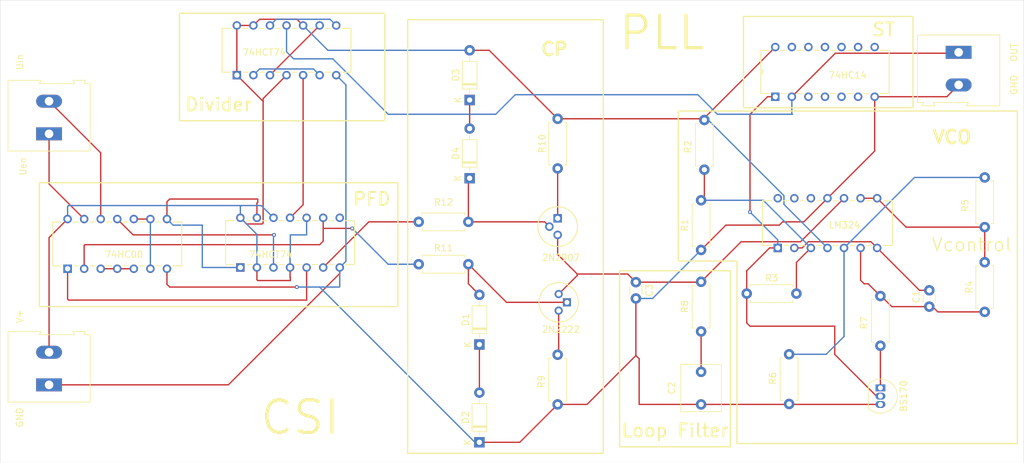
<source format=kicad_pcb>
(kicad_pcb (version 20240108) (generator "pcbnew") (generator_version "8.0")
  (layers (0 "F.Cu" signal) (31 "B.Cu" signal) (34 "B.Paste" user) (35 "F.Paste" user) (36 "B.SilkS" user "B.Silkscreen") (37 "F.SilkS" user "F.Silkscreen") (38 "B.Mask" user) (39 "F.Mask" user) (44 "Edge.Cuts" user))
  (net 0 "")
  (net 1 "Net-(D1-K)")
  (net 2 "Net-(D1-A)")
  (net 3 "+5V")
  (net 4 "Net-(D4-K)")
  (net 5 "Net-(D3-K)")
  (net 6 "Earth")
  (net 7 "Net-(Q1-G)")
  (net 8 "Net-(Q2-C)")
  (net 9 "Net-(CR2-Pad3)")
  (net 10 "Net-(Q2-E)")
  (net 11 "Net-(U2-2Y)")
  (net 12 "Net-(U2-1Y)")
  (net 13 "Net-(U2-4Y)")
  (net 14 "Net-(U2-1A)")
  (net 15 "Net-(U2-3Y)")
  (net 16 "Net-(U2-1B)")
  (net 17 "Net-(U6-1Q*)")
  (net 20 "Net-(Q1-D)")
  (net 21 "Net-(U1-1IN+)")
  (net 23 "Net-(U1-2IN+)")
  (net 24 "Net-(U1-3IN-)")
  (net 27 "Net-(U1-1IN-)")
  (net 28 "Net-(U1-2IN-)")
  (net 29 "Net-(U3-1CP)")
  (net 30 "Net-(U3-2D)")
  (net 31 "Net-(U3-1D)")
  (net 32 "Net-(U3-1Q)")
  (net 34 "Net-(C2-Pad1)")
  (net 43 "Net-(J2-Pin_2)")
  (net 44 "Net-(J2-Pin_1)")
  (net 45 "Net-(J3-Pin_1)")
  (footprint "Capacitor_THT:C_Rect_L7.0mm_W6.0mm_P5.00mm" (layer "F.Cu") (at 122.5 83 -90)
    (property "Reference" "C2" (at 2.5 4.5 90) (layer "F.SilkS"))
    (property "Value" "470n")
    (pad "1" thru_hole circle (at 0 0 270) (size 1.6 1.6) (drill 0.8) (layers "*.Cu" "*.Mask") (net 34 "Net-(C2-Pad1)"))
    (pad "2" thru_hole circle (at 5 0 270) (size 1.6 1.6) (drill 0.8) (layers "*.Cu" "*.Mask") (net 6 "Earth"))
  )
  (footprint "Package_TO_SOT_THT:TO-92_Inline" (layer "F.Cu") (at 150 85.46 -90)
    (property "Reference" "BS170" (at 1.27 -3.56 90) (layer "F.SilkS"))
    (property "Value" "BS170")
    (pad "1" thru_hole rect (at 0 0 270) (size 1.05 1.5) (drill 0.75) (layers "*.Cu" "*.Mask") (net 20 "Net-(Q1-D)"))
    (pad "2" thru_hole oval (at 1.27 0 270) (size 1.05 1.5) (drill 0.75) (layers "*.Cu" "*.Mask") (net 7 "Net-(Q1-G)"))
    (pad "3" thru_hole oval (at 2.54 0 270) (size 1.05 1.5) (drill 0.75) (layers "*.Cu" "*.Mask") (net 6 "Earth"))
  )
  (footprint "Diode_THT:D_DO-35_SOD27_P7.62mm_Horizontal" (layer "F.Cu") (at 88.5 93.81 90)
    (property "Reference" "D2" (at 3.81 -2.12 90) (layer "F.SilkS"))
    (property "Value" "1N4148")
    (fp_text user "K" (at 0 -1.8 90) (layer "F.SilkS"))
    (pad "1" thru_hole rect (at 0 0 90) (size 1.6 1.6) (drill 0.8) (layers "*.Cu" "*.Mask") (net 6 "Earth"))
    (pad "2" thru_hole oval (at 7.62 0 90) (size 1.6 1.6) (drill 0.8) (layers "*.Cu" "*.Mask") (net 1 "Net-(D1-K)"))
  )
  (footprint "Resistor_THT:R_Axial_DIN0207_L6.3mm_D2.5mm_P7.62mm_Horizontal" (layer "F.Cu") (at 166 73.81 90)
    (property "Reference" "R4" (at 3.81 -2.37 90) (layer "F.SilkS"))
    (property "Value" "56k")
    (pad "1" thru_hole circle (at 0 0 90) (size 1.6 1.6) (drill 0.8) (layers "*.Cu" "*.Mask") (net 28 "Net-(U1-2IN-)"))
    (pad "2" thru_hole oval (at 7.62 0 90) (size 1.6 1.6) (drill 0.8) (layers "*.Cu" "*.Mask") (net 24 "Net-(U1-3IN-)"))
  )
  (footprint "Resistor_THT:R_Axial_DIN0207_L6.3mm_D2.5mm_P7.62mm_Horizontal" (layer "F.Cu") (at 79.19 60)
    (property "Reference" "R12" (hide yes))
    (property "Value" "47k")
    (pad "1" thru_hole circle (at 0 0) (size 1.6 1.6) (drill 0.8) (layers "*.Cu" "*.Mask") (net 17 "Net-(U6-1Q*)"))
    (pad "2" thru_hole oval (at 7.62 0) (size 1.6 1.6) (drill 0.8) (layers "*.Cu" "*.Mask") (net 4 "Net-(D4-K)"))
  )
  (footprint "Diode_THT:D_DO-35_SOD27_P7.62mm_Horizontal" (layer "F.Cu") (at 87 53.31 90)
    (property "Reference" "D4" (at 3.81 -2.12 90) (layer "F.SilkS"))
    (property "Value" "1N4148")
    (fp_text user "K" (at 0 -1.8 90) (layer "F.SilkS"))
    (pad "1" thru_hole rect (at 0 0 90) (size 1.6 1.6) (drill 0.8) (layers "*.Cu" "*.Mask") (net 4 "Net-(D4-K)"))
    (pad "2" thru_hole oval (at 7.62 0 90) (size 1.6 1.6) (drill 0.8) (layers "*.Cu" "*.Mask") (net 5 "Net-(D3-K)"))
  )
  (footprint "Resistor_THT:R_Axial_DIN0207_L6.3mm_D2.5mm_P7.62mm_Horizontal" (layer "F.Cu") (at 100.5 88 90)
    (property "Reference" "R9" (hide yes))
    (property "Value" "33k")
    (pad "1" thru_hole circle (at 0 0 90) (size 1.6 1.6) (drill 0.8) (layers "*.Cu" "*.Mask") (net 6 "Earth"))
    (pad "2" thru_hole oval (at 7.62 0 90) (size 1.6 1.6) (drill 0.8) (layers "*.Cu" "*.Mask") (net 9 "Net-(CR2-Pad3)"))
  )
  (footprint "Resistor_THT:R_Axial_DIN0207_L6.3mm_D2.5mm_P7.62mm_Horizontal" (layer "F.Cu") (at 100.5 51.81 90)
    (property "Reference" "R10" (at 3.81 -2.37 90) (layer "F.SilkS"))
    (property "Value" "33k")
    (pad "1" thru_hole circle (at 0 0 90) (size 1.6 1.6) (drill 0.8) (layers "*.Cu" "*.Mask") (net 10 "Net-(Q2-E)"))
    (pad "2" thru_hole oval (at 7.62 0 90) (size 1.6 1.6) (drill 0.8) (layers "*.Cu" "*.Mask") (net 3 "+5V"))
  )
  (footprint "Resistor_THT:R_Axial_DIN0207_L6.3mm_D2.5mm_P7.62mm_Horizontal" (layer "F.Cu") (at 123 44.38 -90)
    (property "Reference" "R2" (at 4.12 2.5 90) (layer "F.SilkS"))
    (property "Value" "100k")
    (pad "1" thru_hole circle (at 0 0 270) (size 1.6 1.6) (drill 0.8) (layers "*.Cu" "*.Mask") (net 3 "+5V"))
    (pad "2" thru_hole oval (at 7.62 0 270) (size 1.6 1.6) (drill 0.8) (layers "*.Cu" "*.Mask") (net 21 "Net-(U1-1IN+)"))
  )
  (footprint "PNP 2N2907:TO-18TO-206AA_MCH" (layer "F.Cu") (at 100.5 59.46)
    (property "Reference" "Q2" (hide yes))
    (property "Value" "JANTX2N2907A" (hide yes))
    (pad "1" thru_hole rect (at 0 0) (size 1.2954 1.2954) (drill 0.7874) (layers "*.Cu" "*.Mask") (net 10 "Net-(Q2-E)"))
    (pad "2" thru_hole circle (at -1.27 1.27) (size 1.2954 1.2954) (drill 0.7874) (layers "*.Cu" "*.Mask") (net 4 "Net-(D4-K)"))
    (pad "3" thru_hole circle (at 0 2.54) (size 1.2954 1.2954) (drill 0.7874) (layers "*.Cu" "*.Mask") (net 8 "Net-(Q2-C)"))
  )
  (footprint "Diode_THT:D_DO-35_SOD27_P7.62mm_Horizontal" (layer "F.Cu") (at 88.5 78.81 90)
    (property "Reference" "D1" (at 3.81 -2.12 90) (layer "F.SilkS"))
    (property "Value" "1N4148")
    (fp_text user "K" (at 0 -1.8 90) (layer "F.SilkS"))
    (pad "1" thru_hole rect (at 0 0 90) (size 1.6 1.6) (drill 0.8) (layers "*.Cu" "*.Mask") (net 1 "Net-(D1-K)"))
    (pad "2" thru_hole oval (at 7.62 0 90) (size 1.6 1.6) (drill 0.8) (layers "*.Cu" "*.Mask") (net 2 "Net-(D1-A)"))
  )
  (footprint "TerminalBlock:TerminalBlock_Altech_AK300-2_P5.00mm" (layer "F.Cu") (at 22.5 85 90)
    (property "Reference" "J1" (hide yes))
    (property "Value" "Screw_Terminal_01x02")
    (pad "1" thru_hole rect (at 0 0 90) (size 1.98 3.96) (drill 1.32) (layers "*.Cu" "*.Mask") (net 6 "Earth"))
    (pad "2" thru_hole oval (at 5 0 90) (size 1.98 3.96) (drill 1.32) (layers "*.Cu" "*.Mask") (net 3 "+5V"))
  )
  (footprint "Resistor_THT:R_Axial_DIN0207_L6.3mm_D2.5mm_P7.62mm_Horizontal" (layer "F.Cu") (at 166 53.19 -90)
    (property "Reference" "R5" (at 4.31 3 90) (layer "F.SilkS"))
    (property "Value" "27k")
    (pad "1" thru_hole circle (at 0 0 270) (size 1.6 1.6) (drill 0.8) (layers "*.Cu" "*.Mask") (net 23 "Net-(U1-2IN+)"))
    (pad "2" thru_hole oval (at 7.62 0 270) (size 1.6 1.6) (drill 0.8) (layers "*.Cu" "*.Mask") (net 24 "Net-(U1-3IN-)"))
  )
  (footprint "TerminalBlock:TerminalBlock_Altech_AK300-2_P5.00mm" (layer "F.Cu") (at 22.5 46.5 90)
    (property "Reference" "J2" (hide yes))
    (property "Value" "Screw_Terminal_01x02")
    (pad "1" thru_hole rect (at 0 0 90) (size 1.98 3.96) (drill 1.32) (layers "*.Cu" "*.Mask") (net 44 "Net-(J2-Pin_1)"))
    (pad "2" thru_hole oval (at 5 0 90) (size 1.98 3.96) (drill 1.32) (layers "*.Cu" "*.Mask") (net 43 "Net-(J2-Pin_2)"))
  )
  (footprint "Resistor_THT:R_Axial_DIN0207_L6.3mm_D2.5mm_P7.62mm_Horizontal" (layer "F.Cu") (at 122.5 76.81 90)
    (property "Reference" "R8" (at 3.81 -2.5 90) (layer "F.SilkS"))
    (property "Value" "33k" (hide yes))
    (pad "1" thru_hole circle (at 0 0 90) (size 1.6 1.6) (drill 0.8) (layers "*.Cu" "*.Mask") (net 34 "Net-(C2-Pad1)"))
    (pad "2" thru_hole oval (at 7.62 0 90) (size 1.6 1.6) (drill 0.8) (layers "*.Cu" "*.Mask") (net 8 "Net-(Q2-C)"))
  )
  (footprint "Resistor_THT:R_Axial_DIN0207_L6.3mm_D2.5mm_P7.62mm_Horizontal" (layer "F.Cu") (at 129.5 71)
    (property "Reference" "R3" (at 3.81 -2.37 0) (layer "F.SilkS"))
    (property "Value" "100k")
    (pad "1" thru_hole circle (at 0 0) (size 1.6 1.6) (drill 0.8) (layers "*.Cu" "*.Mask") (net 7 "Net-(Q1-G)"))
    (pad "2" thru_hole oval (at 7.62 0) (size 1.6 1.6) (drill 0.8) (layers "*.Cu" "*.Mask") (net 21 "Net-(U1-1IN+)"))
  )
  (footprint "Diode_THT:D_DO-35_SOD27_P7.62mm_Horizontal" (layer "F.Cu") (at 87 41.31 90)
    (property "Reference" "D3" (at 3.81 -2.12 90) (layer "F.SilkS"))
    (property "Value" "1N4148")
    (fp_text user "K" (at 0 -1.8 90) (layer "F.SilkS"))
    (pad "1" thru_hole rect (at 0 0 90) (size 1.6 1.6) (drill 0.8) (layers "*.Cu" "*.Mask") (net 5 "Net-(D3-K)"))
    (pad "2" thru_hole oval (at 7.62 0 90) (size 1.6 1.6) (drill 0.8) (layers "*.Cu" "*.Mask") (net 3 "+5V"))
  )
  (footprint "LM324:N14" (layer "F.Cu") (at 134.26 64 90)
    (property "Reference" "U1" (hide yes))
    (property "Value" "LM324AN" (hide yes))
    (pad "1" thru_hole rect (at 0 0 90) (size 1.2954 1.2954) (drill 0.7874) (layers "*.Cu" "*.Mask") (net 7 "Net-(Q1-G)"))
    (pad "2" thru_hole circle (at 0 2.54 90) (size 1.2954 1.2954) (drill 0.7874) (layers "*.Cu" "*.Mask") (net 27 "Net-(U1-1IN-)"))
    (pad "3" thru_hole circle (at 0 5.08 90) (size 1.2954 1.2954) (drill 0.7874) (layers "*.Cu" "*.Mask") (net 21 "Net-(U1-1IN+)"))
    (pad "4" thru_hole circle (at 0 7.62 90) (size 1.2954 1.2954) (drill 0.7874) (layers "*.Cu" "*.Mask") (net 3 "+5V"))
    (pad "5" thru_hole circle (at 0 10.16 90) (size 1.2954 1.2954) (drill 0.7874) (layers "*.Cu" "*.Mask") (net 23 "Net-(U1-2IN+)"))
    (pad "6" thru_hole circle (at 0 12.7 90) (size 1.2954 1.2954) (drill 0.7874) (layers "*.Cu" "*.Mask") (net 28 "Net-(U1-2IN-)"))
    (pad "7" thru_hole circle (at 0 15.24 90) (size 1.2954 1.2954) (drill 0.7874) (layers "*.Cu" "*.Mask") (net 27 "Net-(U1-1IN-)"))
    (pad "8" thru_hole circle (at 7.62 15.24 90) (size 1.2954 1.2954) (drill 0.7874) (layers "*.Cu" "*.Mask") (net 24 "Net-(U1-3IN-)"))
    (pad "9" thru_hole circle (at 7.62 12.7 90) (size 1.2954 1.2954) (drill 0.7874) (layers "*.Cu" "*.Mask") (net 24 "Net-(U1-3IN-)"))
    (pad "10" thru_hole circle (at 7.62 10.16 90) (size 1.2954 1.2954) (drill 0.7874) (layers "*.Cu" "*.Mask") (net 8 "Net-(Q2-C)"))
    (pad "11" thru_hole circle (at 7.62 7.62 90) (size 1.2954 1.2954) (drill 0.7874) (layers "*.Cu" "*.Mask") (net 6 "Earth"))
    (pad "12" thru_hole circle (at 7.62 5.08 90) (size 1.2954 1.2954) (drill 0.7874) (layers "*.Cu" "*.Mask"))
    (pad "13" thru_hole circle (at 7.62 2.54 90) (size 1.2954 1.2954) (drill 0.7874) (layers "*.Cu" "*.Mask"))
    (pad "14" thru_hole circle (at 7.62 0 90) (size 1.2954 1.2954) (drill 0.7874) (layers "*.Cu" "*.Mask"))
  )
  (footprint "HCT74:SOT27-1_NEX" (layer "F.Cu") (at 25.34 67.19 90)
    (property "Reference" "U2" (hide yes))
    (property "Value" "74HC00N" (hide yes))
    (pad "1" thru_hole rect (at 0 0 90) (size 1.2954 1.2954) (drill 0.7874) (layers "*.Cu" "*.Mask") (net 14 "Net-(U2-1A)"))
    (pad "2" thru_hole circle (at 0 2.54 90) (size 1.2954 1.2954) (drill 0.7874) (layers "*.Cu" "*.Mask") (net 16 "Net-(U2-1B)"))
    (pad "3" thru_hole circle (at 0 5.08 90) (size 1.2954 1.2954) (drill 0.7874) (layers "*.Cu" "*.Mask") (net 12 "Net-(U2-1Y)"))
    (pad "4" thru_hole circle (at 0 7.62 90) (size 1.2954 1.2954) (drill 0.7874) (layers "*.Cu" "*.Mask") (net 12 "Net-(U2-1Y)"))
    (pad "5" thru_hole circle (at 0 10.16 90) (size 1.2954 1.2954) (drill 0.7874) (layers "*.Cu" "*.Mask") (net 12 "Net-(U2-1Y)"))
    (pad "6" thru_hole circle (at 0 12.7 90) (size 1.2954 1.2954) (drill 0.7874) (layers "*.Cu" "*.Mask") (net 11 "Net-(U2-2Y)"))
    (pad "7" thru_hole circle (at 0 15.24 90) (size 1.2954 1.2954) (drill 0.7874) (layers "*.Cu" "*.Mask") (net 6 "Earth"))
    (pad "8" thru_hole circle (at 7.62 15.24 90) (size 1.2954 1.2954) (drill 0.7874) (layers "*.Cu" "*.Mask") (net 15 "Net-(U2-3Y)"))
    (pad "9" thru_hole circle (at 7.62 12.7 90) (size 1.2954 1.2954) (drill 0.7874) (layers "*.Cu" "*.Mask") (net 11 "Net-(U2-2Y)"))
    (pad "10" thru_hole circle (at 7.62 10.16 90) (size 1.2954 1.2954) (drill 0.7874) (layers "*.Cu" "*.Mask") (net 11 "Net-(U2-2Y)"))
    (pad "11" thru_hole circle (at 7.62 7.62 90) (size 1.2954 1.2954) (drill 0.7874) (layers "*.Cu" "*.Mask") (net 13 "Net-(U2-4Y)"))
    (pad "12" thru_hole circle (at 7.62 5.08 90) (size 1.2954 1.2954) (drill 0.7874) (layers "*.Cu" "*.Mask") (net 43 "Net-(J2-Pin_2)"))
    (pad "13" thru_hole circle (at 7.62 2.54 90) (size 1.2954 1.2954) (drill 0.7874) (layers "*.Cu" "*.Mask") (net 44 "Net-(J2-Pin_1)"))
    (pad "14" thru_hole circle (at 7.62 0 90) (size 1.2954 1.2954) (drill 0.7874) (layers "*.Cu" "*.Mask") (net 3 "+5V"))
  )
  (footprint "Resistor_THT:R_Axial_DIN0207_L6.3mm_D2.5mm_P7.62mm_Horizontal" (layer "F.Cu") (at 79.19 66.5)
    (property "Reference" "R11" (hide yes))
    (property "Value" "47k")
    (pad "1" thru_hole circle (at 0 0) (size 1.6 1.6) (drill 0.8) (layers "*.Cu" "*.Mask") (net 16 "Net-(U2-1B)"))
    (pad "2" thru_hole oval (at 7.62 0) (size 1.6 1.6) (drill 0.8) (layers "*.Cu" "*.Mask") (net 2 "Net-(D1-A)"))
  )
  (footprint "NPN 2N2222:TO-18_STM" (layer "F.Cu") (at 101.926771 72.343229 180)
    (property "Reference" "CR2" (hide yes))
    (property "Value" "2N2222A" (hide yes))
    (pad "1" thru_hole rect (at 0 0 180) (size 1.2446 1.2446) (drill 0.7366) (layers "*.Cu" "*.Mask") (net 2 "Net-(D1-A)"))
    (pad "2" thru_hole circle (at 1.27 1.27 180) (size 1.2446 1.2446) (drill 0.7366) (layers "*.Cu" "*.Mask") (net 8 "Net-(Q2-C)"))
    (pad "3" thru_hole circle (at 1.27 -1.27 180) (size 1.2446 1.2446) (drill 0.7366) (layers "*.Cu" "*.Mask") (net 9 "Net-(CR2-Pad3)"))
  )
  (footprint "Capacitor_THT:C_Disc_D3.0mm_W1.6mm_P2.50mm" (layer "F.Cu") (at 157.5 73 90)
    (property "Reference" "C1" (hide yes))
    (property "Value" "1n")
    (pad "1" thru_hole circle (at 0 0 90) (size 1.6 1.6) (drill 0.8) (layers "*.Cu" "*.Mask") (net 28 "Net-(U1-2IN-)"))
    (pad "2" thru_hole circle (at 2.5 0 90) (size 1.6 1.6) (drill 0.8) (layers "*.Cu" "*.Mask") (net 27 "Net-(U1-1IN-)"))
  )
  (footprint "Resistor_THT:R_Axial_DIN0207_L6.3mm_D2.5mm_P7.62mm_Horizontal" (layer "F.Cu") (at 150 71.38 -90)
    (property "Reference" "R7" (at 4.12 2.5 90) (layer "F.SilkS"))
    (property "Value" "27k")
    (pad "1" thru_hole circle (at 0 0 270) (size 1.6 1.6) (drill 0.8) (layers "*.Cu" "*.Mask") (net 28 "Net-(U1-2IN-)"))
    (pad "2" thru_hole oval (at 7.62 0 270) (size 1.6 1.6) (drill 0.8) (layers "*.Cu" "*.Mask") (net 20 "Net-(Q1-D)"))
  )
  (footprint "TerminalBlock:TerminalBlock_Altech_AK300-2_P5.00mm" (layer "F.Cu") (at 162 34 -90)
    (property "Reference" "J3" (hide yes))
    (property "Value" "Screw_Terminal_01x02")
    (pad "1" thru_hole rect (at 0 0 270) (size 1.98 3.96) (drill 1.32) (layers "*.Cu" "*.Mask") (net 45 "Net-(J3-Pin_1)"))
    (pad "2" thru_hole oval (at 5 0 270) (size 1.98 3.96) (drill 1.32) (layers "*.Cu" "*.Mask") (net 6 "Earth"))
  )
  (footprint "Resistor_THT:R_Axial_DIN0207_L6.3mm_D2.5mm_P7.62mm_Horizontal" (layer "F.Cu") (at 122.5 56.69 -90)
    (property "Reference" "R1" (at 3.81 2.5 90) (layer "F.SilkS"))
    (property "Value" "100k")
    (pad "1" thru_hole circle (at 0 0 270) (size 1.6 1.6) (drill 0.8) (layers "*.Cu" "*.Mask") (net 21 "Net-(U1-1IN+)"))
    (pad "2" thru_hole oval (at 7.62 0 270) (size 1.6 1.6) (drill 0.8) (layers "*.Cu" "*.Mask") (net 6 "Earth"))
  )
  (footprint "74HC14:N14" (layer "F.Cu") (at 149.12 33.19 90)
    (property "Reference" "U4" (hide yes))
    (property "Value" "SN74HC14N" (hide yes))
    (pad "1" thru_hole rect (at -7.62 -15.24 90) (size 1.2954 1.2954) (drill 0.7874) (layers "*.Cu" "*.Mask") (net 7 "Net-(Q1-G)"))
    (pad "2" thru_hole circle (at -7.62 -12.7 90) (size 1.2954 1.2954) (drill 0.7874) (layers "*.Cu" "*.Mask") (net 45 "Net-(J3-Pin_1)"))
    (pad "3" thru_hole circle (at -7.62 -10.16 90) (size 1.2954 1.2954) (drill 0.7874) (layers "*.Cu" "*.Mask"))
    (pad "4" thru_hole circle (at -7.62 -7.62 90) (size 1.2954 1.2954) (drill 0.7874) (layers "*.Cu" "*.Mask"))
    (pad "5" thru_hole circle (at -7.62 -5.08 90) (size 1.2954 1.2954) (drill 0.7874) (layers "*.Cu" "*.Mask"))
    (pad "6" thru_hole circle (at -7.62 -2.54 90) (size 1.2954 1.2954) (drill 0.7874) (layers "*.Cu" "*.Mask"))
    (pad "7" thru_hole circle (at -7.62 0 90) (size 1.2954 1.2954) (drill 0.7874) (layers "*.Cu" "*.Mask") (net 6 "Earth"))
    (pad "8" thru_hole circle (at 0 0 90) (size 1.2954 1.2954) (drill 0.7874) (layers "*.Cu" "*.Mask"))
    (pad "9" thru_hole circle (at 0 -2.54 90) (size 1.2954 1.2954) (drill 0.7874) (layers "*.Cu" "*.Mask"))
    (pad "10" thru_hole circle (at 0 -5.08 90) (size 1.2954 1.2954) (drill 0.7874) (layers "*.Cu" "*.Mask"))
    (pad "11" thru_hole circle (at 0 -7.62 90) (size 1.2954 1.2954) (drill 0.7874) (layers "*.Cu" "*.Mask"))
    (pad "12" thru_hole circle (at 0 -10.16 90) (size 1.2954 1.2954) (drill 0.7874) (layers "*.Cu" "*.Mask"))
    (pad "13" thru_hole circle (at 0 -12.7 90) (size 1.2954 1.2954) (drill 0.7874) (layers "*.Cu" "*.Mask"))
    (pad "14" thru_hole circle (at 0 -15.24 90) (size 1.2954 1.2954) (drill 0.7874) (layers "*.Cu" "*.Mask") (net 3 "+5V"))
  )
  (footprint "HCT74:SOT27-1_NEX" (layer "F.Cu") (at 51.84 67 90)
    (property "Reference" "U6" (hide yes))
    (property "Value" "74HCT74N" (hide yes))
    (pad "1" thru_hole rect (at 0 0 90) (size 1.2954 1.2954) (drill 0.7874) (layers "*.Cu" "*.Mask") (net 15 "Net-(U2-3Y)"))
    (pad "2" thru_hole circle (at 0 2.54 90) (size 1.2954 1.2954) (drill 0.7874) (layers "*.Cu" "*.Mask") (net 3 "+5V"))
    (pad "3" thru_hole circle (at 0 5.08 90) (size 1.2954 1.2954) (drill 0.7874) (layers "*.Cu" "*.Mask") (net 13 "Net-(U2-4Y)"))
    (pad "4" thru_hole circle (at 0 7.62 90) (size 1.2954 1.2954) (drill 0.7874) (layers "*.Cu" "*.Mask") (net 3 "+5V"))
    (pad "5" thru_hole circle (at 0 10.16 90) (size 1.2954 1.2954) (drill 0.7874) (layers "*.Cu" "*.Mask") (net 14 "Net-(U2-1A)"))
    (pad "6" thru_hole circle (at 0 12.7 90) (size 1.2954 1.2954) (drill 0.7874) (layers "*.Cu" "*.Mask") (net 17 "Net-(U6-1Q*)"))
    (pad "7" thru_hole circle (at 0 15.24 90) (size 1.2954 1.2954) (drill 0.7874) (layers "*.Cu" "*.Mask") (net 6 "Earth"))
    (pad "8" thru_hole circle (at 7.62 15.24 90) (size 1.2954 1.2954) (drill 0.7874) (layers "*.Cu" "*.Mask"))
    (pad "9" thru_hole circle (at 7.62 12.7 90) (size 1.2954 1.2954) (drill 0.7874) (layers "*.Cu" "*.Mask") (net 16 "Net-(U2-1B)"))
    (pad "10" thru_hole circle (at 7.62 10.16 90) (size 1.2954 1.2954) (drill 0.7874) (layers "*.Cu" "*.Mask") (net 3 "+5V"))
    (pad "11" thru_hole circle (at 7.62 7.62 90) (size 1.2954 1.2954) (drill 0.7874) (layers "*.Cu" "*.Mask") (net 32 "Net-(U3-1Q)"))
    (pad "12" thru_hole circle (at 7.62 5.08 90) (size 1.2954 1.2954) (drill 0.7874) (layers "*.Cu" "*.Mask") (net 3 "+5V"))
    (pad "13" thru_hole circle (at 7.62 2.54 90) (size 1.2954 1.2954) (drill 0.7874) (layers "*.Cu" "*.Mask") (net 15 "Net-(U2-3Y)"))
    (pad "14" thru_hole circle (at 7.62 0 90) (size 1.2954 1.2954) (drill 0.7874) (layers "*.Cu" "*.Mask") (net 3 "+5V"))
  )
  (footprint "HCT74:SOT27-1_NEX" (layer "F.Cu") (at 51.3 37.5 90)
    (property "Reference" "U3" (hide yes))
    (property "Value" "74HCT74N" (hide yes))
    (pad "1" thru_hole rect (at 0 0 90) (size 1.2954 1.2954) (drill 0.7874) (layers "*.Cu" "*.Mask") (net 3 "+5V"))
    (pad "2" thru_hole circle (at 0 2.54 90) (size 1.2954 1.2954) (drill 0.7874) (layers "*.Cu" "*.Mask") (net 31 "Net-(U3-1D)"))
    (pad "3" thru_hole circle (at 0 5.08 90) (size 1.2954 1.2954) (drill 0.7874) (layers "*.Cu" "*.Mask") (net 29 "Net-(U3-1CP)"))
    (pad "4" thru_hole circle (at 0 7.62 90) (size 1.2954 1.2954) (drill 0.7874) (layers "*.Cu" "*.Mask") (net 3 "+5V"))
    (pad "5" thru_hole circle (at 0 10.16 90) (size 1.2954 1.2954) (drill 0.7874) (layers "*.Cu" "*.Mask") (net 32 "Net-(U3-1Q)"))
    (pad "6" thru_hole circle (at 0 12.7 90) (size 1.2954 1.2954) (drill 0.7874) (layers "*.Cu" "*.Mask") (net 31 "Net-(U3-1D)"))
    (pad "7" thru_hole circle (at 0 15.24 90) (size 1.2954 1.2954) (drill 0.7874) (layers "*.Cu" "*.Mask") (net 6 "Earth"))
    (pad "8" thru_hole circle (at 7.62 15.24 90) (size 1.2954 1.2954) (drill 0.7874) (layers "*.Cu" "*.Mask") (net 30 "Net-(U3-2D)"))
    (pad "9" thru_hole circle (at 7.62 12.7 90) (size 1.2954 1.2954) (drill 0.7874) (layers "*.Cu" "*.Mask") (net 29 "Net-(U3-1CP)"))
    (pad "10" thru_hole circle (at 7.62 10.16 90) (size 1.2954 1.2954) (drill 0.7874) (layers "*.Cu" "*.Mask") (net 3 "+5V"))
    (pad "11" thru_hole circle (at 7.62 7.62 90) (size 1.2954 1.2954) (drill 0.7874) (layers "*.Cu" "*.Mask") (net 45 "Net-(J3-Pin_1)"))
    (pad "12" thru_hole circle (at 7.62 5.08 90) (size 1.2954 1.2954) (drill 0.7874) (layers "*.Cu" "*.Mask") (net 30 "Net-(U3-2D)"))
    (pad "13" thru_hole circle (at 7.62 2.54 90) (size 1.2954 1.2954) (drill 0.7874) (layers "*.Cu" "*.Mask") (net 3 "+5V"))
    (pad "14" thru_hole circle (at 7.62 0 90) (size 1.2954 1.2954) (drill 0.7874) (layers "*.Cu" "*.Mask") (net 3 "+5V"))
  )
  (footprint "Resistor_THT:R_Axial_DIN0207_L6.3mm_D2.5mm_P7.62mm_Horizontal" (layer "F.Cu") (at 136 80.31 -90)
    (property "Reference" "R6" (at 3.69 2.5 90) (layer "F.SilkS"))
    (property "Value" "27k")
    (pad "1" thru_hole circle (at 0 0 270) (size 1.6 1.6) (drill 0.8) (layers "*.Cu" "*.Mask") (net 23 "Net-(U1-2IN+)"))
    (pad "2" thru_hole oval (at 7.62 0 270) (size 1.6 1.6) (drill 0.8) (layers "*.Cu" "*.Mask") (net 6 "Earth"))
  )
  (footprint "Capacitor_THT:C_Disc_D3.0mm_W1.6mm_P2.50mm" (layer "F.Cu") (at 112.5 69.25 -90)
    (property "Reference" "C3" (at 1.25 -2.05 90) (layer "F.SilkS"))
    (property "Value" "47n")
    (pad "1" thru_hole circle (at 0 0 270) (size 1.6 1.6) (drill 0.8) (layers "*.Cu" "*.Mask") (net 8 "Net-(Q2-C)"))
    (pad "2" thru_hole circle (at 2.5 0 270) (size 1.6 1.6) (drill 0.8) (layers "*.Cu" "*.Mask") (net 6 "Earth"))
  )
  (gr_line (start 119 43) (end 121 43) (stroke (width 0.2)) (layer "F.SilkS"))
  (gr_line (start 121 43) (end 170 43) (stroke (width 0.2)) (layer "F.SilkS"))
  (gr_rect (start 110 67.5) (end 127 94.5) (stroke (width 0.2)) (fill none) (layer "F.SilkS"))
  (gr_line (start 119 66) (end 119 43) (stroke (width 0.2)) (layer "F.SilkS"))
  (gr_line (start 171 43) (end 171 94) (stroke (width 0.2)) (layer "F.SilkS"))
  (gr_rect (start 21 54) (end 76 73) (stroke (width 0.2)) (fill none) (layer "F.SilkS"))
  (gr_line (start 170 94) (end 128 94) (stroke (width 0.2)) (layer "F.SilkS"))
  (gr_rect (start 129 28.5) (end 155 42.5) (stroke (width 0.2)) (fill none) (layer "F.SilkS"))
  (gr_line (start 170 94) (end 171 94) (stroke (width 0.2)) (layer "F.SilkS"))
  (gr_line (start 128 94) (end 128 66) (stroke (width 0.2)) (layer "F.SilkS"))
  (gr_rect (start 77.5 29) (end 107.5 95.5) (stroke (width 0.2)) (fill none) (layer "F.SilkS"))
  (gr_rect (start 42.5 28) (end 74 44.5) (stroke (width 0.2)) (fill none) (layer "F.SilkS"))
  (gr_line (start 170 43) (end 171 43) (stroke (width 0.2)) (layer "F.SilkS"))
  (gr_line (start 128 66) (end 119 66) (stroke (width 0.2)) (layer "F.SilkS"))
  (gr_rect (start 15 26) (end 172 97) (stroke (width 0.05)) (fill none) (layer "Edge.Cuts"))
  (gr_text "2N2907" (at 101 65.5 0) (layer "F.SilkS") (effects (font (size 1 1))))
  (gr_text "PLL" (at 116.5 31 0) (layer "F.SilkS") (effects (font (size 5 5) (thickness 0.5))))
  (gr_text "Loop Filter" (at 118.5 92 0) (layer "F.SilkS") (effects (font (size 2 2) (thickness 0.3))))
  (gr_text "74HC00\n" (at 34 65 0) (layer "F.SilkS") (effects (font (size 1 1))))
  (gr_text "OUT" (at 170.5 34 90) (layer "F.SilkS") (effects (font (size 1 1))))
  (gr_text "V+" (at 18 74.5 90) (layer "F.SilkS") (effects (font (size 1 1))))
  (gr_text "Uin" (at 18 35.5 90) (layer "F.SilkS") (effects (font (size 1 1))))
  (gr_text "C1" (at 155.5 71.5 90) (layer "F.SilkS") (effects (font (size 1 1))))
  (gr_text "74HCT74\n" (at 55.5 34 0) (layer "F.SilkS") (effects (font (size 1 1))))
  (gr_text "GND" (at 170.5 39 90) (layer "F.SilkS") (effects (font (size 1 1))))
  (gr_text "VCO\n" (at 161 47 0) (layer "F.SilkS") (effects (font (size 2 2) (thickness 0.4) (bold yes))))
  (gr_text "CP" (at 100 33.5 0) (layer "F.SilkS") (effects (font (size 2 2) (thickness 0.4) (bold yes))))
  (gr_text "R9" (at 98 84.5 90) (layer "F.SilkS") (effects (font (size 1 1))))
  (gr_text "R12" (at 83 57 0) (layer "F.SilkS") (effects (font (size 1 1))))
  (gr_text "ST" (at 150.5 30.5 0) (layer "F.SilkS") (effects (font (size 2 2) (thickness 0.3))))
  (gr_text "Divider" (at 48.5 42 0) (layer "F.SilkS") (effects (font (size 2 2) (thickness 0.3))))
  (gr_text "2N2222" (at 101 76.5 0) (layer "F.SilkS") (effects (font (size 1 1))))
  (gr_text "PFD" (at 72 56.5 0) (layer "F.SilkS") (effects (font (size 2 2) (thickness 0.3))))
  (gr_text "74HCT74\n" (at 56.5 65 0) (layer "F.SilkS") (effects (font (size 1 1))))
  (gr_text "74HC14" (at 145 37.5 0) (layer "F.SilkS") (effects (font (size 1 1))))
  (gr_text "CSI" (at 61 90 0) (layer "F.SilkS") (effects (font (size 5 5) (thickness 0.5))))
  (gr_text "R11" (at 83 64 0) (layer "F.SilkS") (effects (font (size 1 1))))
  (gr_text "LM324" (at 144.5 60.5 0) (layer "F.SilkS") (effects (font (size 1 1))))
  (gr_text "Vcontrol" (at 164 63.5 0) (layer "F.SilkS") (effects (font (size 2 2) (thickness 0.2))))
  (gr_text "Uen" (at 18.5 51.5 90) (layer "F.SilkS") (effects (font (size 1 1))))
  (gr_text "GND\n" (at 18 90 90) (layer "F.SilkS") (effects (font (size 1 1))))
  (segment (start 88.5 78.81) (end 88.5 86.19) (width 0.2) (layer "F.Cu") (net 1))
  (segment (start 86.81 66.5) (end 92.653229 72.343229) (width 0.2) (layer "F.Cu") (net 2))
  (segment (start 86.81 66.5) (end 86.81 69.5) (width 0.2) (layer "F.Cu") (net 2))
  (segment (start 86.81 69.5) (end 88.5 71.19) (width 0.2) (layer "F.Cu") (net 2))
  (segment (start 92.653229 72.343229) (end 101.926771 72.343229) (width 0.2) (layer "F.Cu") (net 2))
  (segment (start 52.7877 60.3277) (end 55.1723 60.3277) (width 0.2) (layer "F.Cu") (net 3))
  (segment (start 51.3 29.88) (end 53.84 29.88) (width 0.2) (layer "F.Cu") (net 3))
  (segment (start 87 33.69) (end 90 33.69) (width 0.2) (layer "F.Cu") (net 3))
  (segment (start 59.5 69) (end 59.5 68.5) (width 0.2) (layer "F.Cu") (net 3))
  (segment (start 54.5 69) (end 59.5 69) (width 0.2) (layer "F.Cu") (net 3))
  (segment (start 123 44.07) (end 123 44.38) (width 0.2) (layer "F.Cu") (net 3))
  (segment (start 100.5 44.19) (end 122.81 44.19) (width 0.2) (layer "F.Cu") (net 3))
  (segment (start 51.3 37.5) (end 51.3 29.88) (width 0.2) (layer "F.Cu") (net 3))
  (segment (start 55.1723 60.3277) (end 55.3277 60.1723) (width 0.2) (layer "F.Cu") (net 3))
  (segment (start 55.3277 41.0923) (end 55.3277 41.5277) (width 0.2) (layer "F.Cu") (net 3))
  (segment (start 54.38 67) (end 54.38 68.88) (width 0.2) (layer "F.Cu") (net 3))
  (segment (start 22.5 62.41) (end 25.34 59.57) (width 0.2) (layer "F.Cu") (net 3))
  (segment (start 122.81 44.19) (end 123 44.38) (width 0.2) (layer "F.Cu") (net 3))
  (segment (start 51.84 59.38) (end 52.7877 60.3277) (width 0.2) (layer "F.Cu") (net 3))
  (segment (start 60.5123 28.9323) (end 61.46 29.88) (width 0.2) (layer "F.Cu") (net 3))
  (segment (start 53.84 29.88) (end 54.7877 28.9323) (width 0.2) (layer "F.Cu") (net 3))
  (segment (start 133.88 33.19) (end 123 44.07) (width 0.2) (layer "F.Cu") (net 3))
  (segment (start 55.3277 41.5277) (end 51.3 37.5) (width 0.2) (layer "F.Cu") (net 3))
  (segment (start 54.7877 28.9323) (end 60.5123 28.9323) (width 0.2) (layer "F.Cu") (net 3))
  (segment (start 59.46 68.46) (end 59.46 67) (width 0.2) (layer "F.Cu") (net 3))
  (segment (start 22.5 80) (end 22.5 62.41) (width 0.2) (layer "F.Cu") (net 3))
  (segment (start 90 33.69) (end 100.5 44.19) (width 0.2) (layer "F.Cu") (net 3))
  (segment (start 58.92 37.5) (end 55.3277 41.0923) (width 0.2) (layer "F.Cu") (net 3))
  (segment (start 54.38 68.88) (end 54.5 69) (width 0.2) (layer "F.Cu") (net 3))
  (segment (start 59.5 68.5) (end 59.46 68.46) (width 0.2) (layer "F.Cu") (net 3))
  (segment (start 55.3277 60.1723) (end 55.3277 41.5277) (width 0.2) (layer "F.Cu") (net 3))
  (segment (start 54.38 61.92) (end 54.38 67) (width 0.2) (layer "B.Cu") (net 3))
  (segment (start 135.2077 57.3277) (end 135.2077 55.987449) (width 0.2) (layer "B.Cu") (net 3))
  (segment (start 51.84 59.38) (end 54.38 61.92) (width 0.2) (layer "B.Cu") (net 3))
  (segment (start 123.600251 44.38) (end 123 44.38) (width 0.2) (layer "B.Cu") (net 3))
  (segment (start 141.88 64) (end 135.2077 57.3277) (width 0.2) (layer "B.Cu") (net 3))
  (segment (start 59.5 62) (end 62 62) (width 0.2) (layer "B.Cu") (net 3))
  (segment (start 61.46 29.88) (end 65.27 33.69) (width 0.2) (layer "B.Cu") (net 3))
  (segment (start 25.5 57.5) (end 52 57.5) (width 0.2) (layer "B.Cu") (net 3))
  (segment (start 52 57.5) (end 51.84 57.66) (width 0.2) (layer "B.Cu") (net 3))
  (segment (start 25.34 57.66) (end 25.5 57.5) (width 0.2) (layer "B.Cu") (net 3))
  (segment (start 65.27 33.69) (end 87 33.69) (width 0.2) (layer "B.Cu") (net 3))
  (segment (start 59.5 65) (end 59.5 62) (width 0.2) (layer "B.Cu") (net 3))
  (segment (start 25.34 59.57) (end 25.34 57.66) (width 0.2) (layer "B.Cu") (net 3))
  (segment (start 51.84 57.66) (end 51.84 59.38) (width 0.2) (layer "B.Cu") (net 3))
  (segment (start 59.46 65.04) (end 59.5 65) (width 0.2) (layer "B.Cu") (net 3))
  (segment (start 59.46 67) (end 59.46 65.04) (width 0.2) (layer "B.Cu") (net 3))
  (segment (start 55.04 57.5) (end 52 57.5) (width 0.2) (layer "B.Cu") (net 3))
  (segment (start 62 62) (end 62 59.38) (width 0.2) (layer "B.Cu") (net 3))
  (segment (start 56.92 59.38) (end 55.04 57.5) (width 0.2) (layer "B.Cu") (net 3))
  (segment (start 135.2077 55.987449) (end 123.600251 44.38) (width 0.2) (layer "B.Cu") (net 3))
  (segment (start 99.23 60.73) (end 98.5 60) (width 0.2) (layer "F.Cu") (net 4))
  (segment (start 86.81 53.5) (end 87 53.31) (width 0.2) (layer "F.Cu") (net 4))
  (segment (start 98.5 60) (end 86.81 60) (width 0.2) (layer "F.Cu") (net 4))
  (segment (start 86.81 60) (end 86.81 53.5) (width 0.2) (layer "F.Cu") (net 4))
  (segment (start 87 41.31) (end 87 45.69) (width 0.2) (layer "F.Cu") (net 5))
  (segment (start 113 88) (end 113 81) (width 0.2) (layer "F.Cu") (net 6))
  (segment (start 136.07 87.93) (end 136.14 88) (width 0.2) (layer "F.Cu") (net 6))
  (segment (start 112.5 80.5) (end 112.5 71.75) (width 0.2) (layer "F.Cu") (net 6))
  (segment (start 134.5 60.5) (end 135 60) (width 0.2) (layer "F.Cu") (net 6))
  (segment (start 40.58 69.58) (end 41 70) (width 0.2) (layer "F.Cu") (net 6))
  (segment (start 126.31 60.5) (end 134.5 60.5) (width 0.2) (layer "F.Cu") (net 6))
  (segment (start 88.5 93.81) (end 94.69 93.81) (width 0.2) (layer "F.Cu") (net 6))
  (segment (start 122.5 64.31) (end 126.31 60.5) (width 0.2) (layer "F.Cu") (net 6))
  (segment (start 135.93 88) (end 136 87.93) (width 0.2) (layer "F.Cu") (net 6))
  (segment (start 41 70) (end 60.5 70) (width 0.2) (layer "F.Cu") (net 6))
  (segment (start 22.5 85) (end 49.995986 85) (width 0.2) (layer "F.Cu") (net 6))
  (segment (start 113 81) (end 112.5 80.5) (width 0.2) (layer "F.Cu") (net 6))
  (segment (start 136 87.93) (end 136.07 87.93) (width 0.2) (layer "F.Cu") (net 6))
  (segment (start 40.58 67.19) (end 40.58 69.58) (width 0.2) (layer "F.Cu") (net 6))
  (segment (start 160.19 40.81) (end 162 39) (width 0.2) (layer "F.Cu") (net 6))
  (segment (start 94.69 93.81) (end 100.5 88) (width 0.2) (layer "F.Cu") (net 6))
  (segment (start 141.88 56.38) (end 149.12 49.14) (width 0.2) (layer "F.Cu") (net 6))
  (segment (start 49.995986 85) (end 67.08 67.915986) (width 0.2) (layer "F.Cu") (net 6))
  (segment (start 122.5 88) (end 135.93 88) (width 0.2) (layer "F.Cu") (net 6))
  (segment (start 100.5 88) (end 105 88) (width 0.2) (layer "F.Cu") (net 6))
  (segment (start 149.12 40.81) (end 160.19 40.81) (width 0.2) (layer "F.Cu") (net 6))
  (segment (start 67.08 67.915986) (end 67.08 67) (width 0.2) (layer "F.Cu") (net 6))
  (segment (start 149.12 49.14) (end 149.12 40.81) (width 0.2) (layer "F.Cu") (net 6))
  (segment (start 135 60) (end 138.26 60) (width 0.2) (layer "F.Cu") (net 6))
  (segment (start 136.14 88) (end 150 88) (width 0.2) (layer "F.Cu") (net 6))
  (segment (start 138.26 60) (end 141.88 56.38) (width 0.2) (layer "F.Cu") (net 6))
  (segment (start 122.5 88) (end 113 88) (width 0.2) (layer "F.Cu") (net 6))
  (segment (start 105 88) (end 112.5 80.5) (width 0.2) (layer "F.Cu") (net 6))
  (via (at 60.5 70) (size 0.6) (drill 0.3) (layers "F.Cu" "B.Cu") (net 6))
  (segment (start 112.5 71.75) (end 115.06 71.75) (width 0.2) (layer "B.Cu") (net 6))
  (segment (start 67.08 69.92) (end 67.08 67) (width 0.2) (layer "B.Cu") (net 6))
  (segment (start 67.08 67) (end 68.0277 66.0523) (width 0.2) (layer "B.Cu") (net 6))
  (segment (start 64 70) (end 67 70) (width 0.2) (layer "B.Cu") (net 6))
  (segment (start 87.81 93.81) (end 64 70) (width 0.2) (layer "B.Cu") (net 6))
  (segment (start 68.0277 66.0523) (end 68.0277 38.9877) (width 0.2) (layer "B.Cu") (net 6))
  (segment (start 88.5 93.81) (end 87.81 93.81) (width 0.2) (layer "B.Cu") (net 6))
  (segment (start 67 70) (end 67.08 69.92) (width 0.2) (layer "B.Cu") (net 6))
  (segment (start 68.0277 38.9877) (end 66.54 37.5) (width 0.2) (layer "B.Cu") (net 6))
  (segment (start 115.06 71.75) (end 122.5 64.31) (width 0.2) (layer "B.Cu") (net 6))
  (segment (start 60.5 70) (end 64 70) (width 0.2) (layer "B.Cu") (net 6))
  (segment (start 149.395 86.73) (end 143 80.335) (width 0.2) (layer "F.Cu") (net 7))
  (segment (start 150 86.73) (end 149.395 86.73) (width 0.2) (layer "F.Cu") (net 7))
  (segment (start 143 76) (end 130 76) (width 0.2) (layer "F.Cu") (net 7))
  (segment (start 130 76) (end 129.5 75.5) (width 0.2) (layer "F.Cu") (net 7))
  (segment (start 130 43.5) (end 132.69 40.81) (width 0.2) (layer "F.Cu") (net 7))
  (segment (start 130 58.5) (end 130 43.5) (width 0.2) (layer "F.Cu") (net 7))
  (segment (start 129.5 75.5) (end 129.5 71) (width 0.2) (layer "F.Cu") (net 7))
  (segment (start 143 80.335) (end 143 76) (width 0.2) (layer "F.Cu") (net 7))
  (segment (start 134.26 64) (end 133 64) (width 0.2) (layer "F.Cu") (net 7))
  (segment (start 132.69 40.81) (end 133.88 40.81) (width 0.2) (layer "F.Cu") (net 7))
  (segment (start 133 64) (end 129.5 67.5) (width 0.2) (layer "F.Cu") (net 7))
  (segment (start 129.5 67.5) (end 129.5 71) (width 0.2) (layer "F.Cu") (net 7))
  (via (at 130 58.5) (size 0.6) (drill 0.3) (layers "F.Cu" "B.Cu") (net 7))
  (segment (start 134.26 62.76) (end 130 58.5) (width 0.2) (layer "B.Cu") (net 7))
  (segment (start 134.26 64) (end 134.26 62.76) (width 0.2) (layer "B.Cu") (net 7))
  (segment (start 100.5 62) (end 100.5 65) (width 0.2) (layer "F.Cu") (net 8))
  (segment (start 112.5 69.25) (end 122.44 69.25) (width 0.2) (layer "F.Cu") (net 8))
  (segment (start 122.44 69.25) (end 122.5 69.19) (width 0.2) (layer "F.Cu") (net 8))
  (segment (start 100.656771 71.073229) (end 103.5 68.23) (width 0.2) (layer "F.Cu") (net 8))
  (segment (start 128.6377 63.0523) (end 137.7477 63.0523) (width 0.2) (layer "F.Cu") (net 8))
  (segment (start 100.5 65) (end 103.5 68) (width 0.2) (layer "F.Cu") (net 8))
  (segment (start 137.7477 63.0523) (end 144.42 56.38) (width 0.2) (layer "F.Cu") (net 8))
  (segment (start 103.5 68) (end 111.25 68) (width 0.2) (layer "F.Cu") (net 8))
  (segment (start 122.5 69.19) (end 128.6377 63.0523) (width 0.2) (layer "F.Cu") (net 8))
  (segment (start 103.5 68.23) (end 103.5 68) (width 0.2) (layer "F.Cu") (net 8))
  (segment (start 111.25 68) (end 112.5 69.25) (width 0.2) (layer "F.Cu") (net 8))
  (segment (start 100.656771 73.613229) (end 100.656771 80.223229) (width 0.2) (layer "F.Cu") (net 9))
  (segment (start 100.656771 80.223229) (end 100.5 80.38) (width 0.2) (layer "F.Cu") (net 9))
  (segment (start 100.5 59.46) (end 100.5 51.81) (width 0.2) (layer "F.Cu") (net 10))
  (segment (start 38.04 59.57) (end 35.5 59.57) (width 0.2) (layer "F.Cu") (net 11))
  (segment (start 38.04 67.19) (end 38.04 59.57) (width 0.2) (layer "B.Cu") (net 11))
  (segment (start 30.42 67.19) (end 32.96 67.19) (width 0.2) (layer "F.Cu") (net 12))
  (segment (start 32.96 67.19) (end 35.5 67.19) (width 0.2) (layer "F.Cu") (net 12))
  (segment (start 32.96 59.57) (end 35.39 62) (width 0.2) (layer "F.Cu") (net 13))
  (segment (start 35.39 62) (end 57 62) (width 0.2) (layer "F.Cu") (net 13))
  (via (at 57 62) (size 0.6) (drill 0.3) (layers "F.Cu" "B.Cu") (net 13))
  (segment (start 57 62) (end 56.92 62.08) (width 0.2) (layer "B.Cu") (net 13))
  (segment (start 56.92 62.08) (end 56.92 67) (width 0.2) (layer "B.Cu") (net 13))
  (segment (start 25.34 71.84) (end 25.5 72) (width 0.2) (layer "F.Cu") (net 14))
  (segment (start 25.34 67.19) (end 25.34 71.84) (width 0.2) (layer "F.Cu") (net 14))
  (segment (start 25.5 72) (end 62 72) (width 0.2) (layer "F.Cu") (net 14))
  (segment (start 62 72) (end 62 67) (width 0.2) (layer "F.Cu") (net 14))
  (segment (start 54.38 57.12) (end 54.38 59.38) (width 0.2) (layer "F.Cu") (net 15))
  (segment (start 54.5 57) (end 54.38 57.12) (width 0.2) (layer "F.Cu") (net 15))
  (segment (start 40.58 56.92) (end 41 56.5) (width 0.2) (layer "F.Cu") (net 15))
  (segment (start 41 56.5) (end 54.5 56.5) (width 0.2) (layer "F.Cu") (net 15))
  (segment (start 40.58 59.57) (end 40.58 56.92) (width 0.2) (layer "F.Cu") (net 15))
  (segment (start 54.5 56.5) (end 54.5 57) (width 0.2) (layer "F.Cu") (net 15))
  (segment (start 46 67) (end 46 60.5) (width 0.2) (layer "B.Cu") (net 15))
  (segment (start 41.51 60.5) (end 40.58 59.57) (width 0.2) (layer "B.Cu") (net 15))
  (segment (start 46 60.5) (end 41.51 60.5) (width 0.2) (layer "B.Cu") (net 15))
  (segment (start 51.84 67) (end 46 67) (width 0.2) (layer "B.Cu") (net 15))
  (segment (start 64.54 61) (end 69 61) (width 0.2) (layer "F.Cu") (net 16))
  (segment (start 27.88 67.19) (end 27.88 63.62) (width 0.2) (layer "F.Cu") (net 16))
  (segment (start 64.54 62.96) (end 64.54 61) (width 0.2) (layer "F.Cu") (net 16))
  (segment (start 28 63.5) (end 64 63.5) (width 0.2) (layer "F.Cu") (net 16))
  (segment (start 64 63.5) (end 64.54 62.96) (width 0.2) (layer "F.Cu") (net 16))
  (segment (start 64.54 61) (end 64.54 59.38) (width 0.2) (layer "F.Cu") (net 16))
  (segment (start 27.88 63.62) (end 28 63.5) (width 0.2) (layer "F.Cu") (net 16))
  (via (at 69 61) (size 0.6) (drill 0.3) (layers "F.Cu" "B.Cu") (net 16))
  (segment (start 69 61) (end 74.5 66.5) (width 0.2) (layer "B.Cu") (net 16))
  (segment (start 74.5 66.5) (end 79.19 66.5) (width 0.2) (layer "B.Cu") (net 16))
  (segment (start 71.54 60) (end 79.19 60) (width 0.2) (layer "F.Cu") (net 17))
  (segment (start 64.54 67) (end 71.54 60) (width 0.2) (layer "F.Cu") (net 17))
  (segment (start 150 85.46) (end 150 79) (width 0.2) (layer "F.Cu") (net 20))
  (segment (start 137.12 71) (end 137.12 66.22) (width 0.2) (layer "F.Cu") (net 21))
  (segment (start 123 52) (end 123 56.19) (width 0.2) (layer "F.Cu") (net 21))
  (segment (start 137.12 66.22) (end 139.34 64) (width 0.2) (layer "F.Cu") (net 21))
  (segment (start 123 56.19) (end 122.5 56.69) (width 0.2) (layer "F.Cu") (net 21))
  (segment (start 132.03 56.69) (end 122.5 56.69) (width 0.2) (layer "B.Cu") (net 21))
  (segment (start 139.34 64) (end 132.03 56.69) (width 0.2) (layer "B.Cu") (net 21))
  (segment (start 155.23 53.19) (end 144.42 64) (width 0.2) (layer "B.Cu") (net 23))
  (segment (start 166 53.19) (end 155.23 53.19) (width 0.2) (layer "B.Cu") (net 23))
  (segment (start 136 80.31) (end 141.69 80.31) (width 0.2) (layer "B.Cu") (net 23))
  (segment (start 144.42 77.58) (end 144.42 64) (width 0.2) (layer "B.Cu") (net 23))
  (segment (start 141.69 80.31) (end 144.42 77.58) (width 0.2) (layer "B.Cu") (net 23))
  (segment (start 166 60.81) (end 153.93 60.81) (width 0.2) (layer "F.Cu") (net 24))
  (segment (start 149.5 56.38) (end 146.96 56.38) (width 0.2) (layer "F.Cu") (net 24))
  (segment (start 166 66.19) (end 166 60.81) (width 0.2) (layer "F.Cu") (net 24))
  (segment (start 153.93 60.81) (end 149.5 56.38) (width 0.2) (layer "F.Cu") (net 24))
  (segment (start 138.947449 63.0523) (end 148.5523 63.0523) (width 0.2) (layer "F.Cu") (net 27))
  (segment (start 137.999749 64) (end 138.947449 63.0523) (width 0.2) (layer "F.Cu") (net 27))
  (segment (start 157.5 70.5) (end 156 70.5) (width 0.2) (layer "F.Cu") (net 27))
  (segment (start 136.8 64) (end 137.999749 64) (width 0.2) (layer "F.Cu") (net 27))
  (segment (start 148.5523 63.0523) (end 149.5 64) (width 0.2) (layer "F.Cu") (net 27))
  (segment (start 156 70.5) (end 149.5 64) (width 0.2) (layer "F.Cu") (net 27))
  (segment (start 158.81 73.81) (end 166 73.81) (width 0.2) (layer "F.Cu") (net 28))
  (segment (start 148.12 69.5) (end 147.5 69.5) (width 0.2) (layer "F.Cu") (net 28))
  (segment (start 146.96 68.96) (end 146.96 64) (width 0.2) (layer "F.Cu") (net 28))
  (segment (start 147.5 69.5) (end 146.96 68.96) (width 0.2) (layer "F.Cu") (net 28))
  (segment (start 151.74 73) (end 157.5 73) (width 0.2) (layer "F.Cu") (net 28))
  (segment (start 150 71.38) (end 148.12 69.5) (width 0.2) (layer "F.Cu") (net 28))
  (segment (start 150.12 71.38) (end 151.74 73) (width 0.2) (layer "F.Cu") (net 28))
  (segment (start 150 71.38) (end 150.12 71.38) (width 0.2) (layer "F.Cu") (net 28))
  (segment (start 158 73) (end 158.81 73.81) (width 0.2) (layer "F.Cu") (net 28))
  (segment (start 157.5 73) (end 158 73) (width 0.2) (layer "F.Cu") (net 28))
  (segment (start 56.38 37.5) (end 64 29.88) (width 0.2) (layer "F.Cu") (net 29))
  (segment (start 65.5923 28.9323) (end 66.54 29.88) (width 0.2) (layer "B.Cu") (net 30))
  (segment (start 56.38 29.88) (end 57.3277 28.9323) (width 0.2) (layer "B.Cu") (net 30))
  (segment (start 57.3277 28.9323) (end 65.5923 28.9323) (width 0.2) (layer "B.Cu") (net 30))
  (segment (start 63.0523 36.5523) (end 64 37.5) (width 0.2) (layer "B.Cu") (net 31))
  (segment (start 53.84 37.5) (end 54.7877 36.5523) (width 0.2) (layer "B.Cu") (net 31))
  (segment (start 54.7877 36.5523) (end 63.0523 36.5523) (width 0.2) (layer "B.Cu") (net 31))
  (segment (start 61.46 57.38) (end 61.46 37.5) (width 0.2) (layer "F.Cu") (net 32))
  (segment (start 59.46 59.38) (end 61.46 57.38) (width 0.2) (layer "F.Cu") (net 32))
  (segment (start 122.5 76.81) (end 122.5 83) (width 0.2) (layer "F.Cu") (net 34))
  (segment (start 30.42 59.57) (end 30.42 49.42) (width 0.2) (layer "F.Cu") (net 43))
  (segment (start 30.42 49.42) (end 22.5 41.5) (width 0.2) (layer "F.Cu") (net 43))
  (segment (start 22.5 54.19) (end 27.88 59.57) (width 0.2) (layer "F.Cu") (net 44))
  (segment (start 22.5 46.5) (end 22.5 54.19) (width 0.2) (layer "F.Cu") (net 44))
  (segment (start 143.0923 34.1377) (end 136.42 40.81) (width 0.2) (layer "F.Cu") (net 45))
  (segment (start 162 34) (end 161.8623 34.1377) (width 0.2) (layer "F.Cu") (net 45))
  (segment (start 161.8623 34.1377) (end 143.0923 34.1377) (width 0.2) (layer "F.Cu") (net 45))
  (segment (start 91 43.5) (end 74.514315 43.5) (width 0.2) (layer "B.Cu") (net 45))
  (segment (start 74.514315 43.5) (end 66.014315 35) (width 0.2) (layer "B.Cu") (net 45))
  (segment (start 60 35) (end 58.92 33.92) (width 0.2) (layer "B.Cu") (net 45))
  (segment (start 66.014315 35) (end 60 35) (width 0.2) (layer "B.Cu") (net 45))
  (segment (start 125 43.5) (end 122 40.5) (width 0.2) (layer "B.Cu") (net 45))
  (segment (start 136.5 43.5) (end 125 43.5) (width 0.2) (layer "B.Cu") (net 45))
  (segment (start 58.92 33.92) (end 58.92 29.88) (width 0.2) (layer "B.Cu") (net 45))
  (segment (start 136.42 43.42) (end 136.5 43.5) (width 0.2) (layer "B.Cu") (net 45))
  (segment (start 136.42 40.81) (end 136.42 43.42) (width 0.2) (layer "B.Cu") (net 45))
  (segment (start 122 40.5) (end 94 40.5) (width 0.2) (layer "B.Cu") (net 45))
  (segment (start 94 40.5) (end 91 43.5) (width 0.2) (layer "B.Cu") (net 45))
)
</source>
